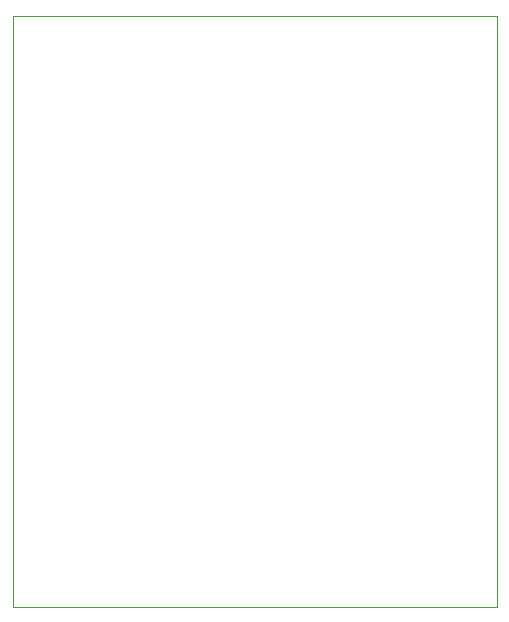
<source format=gbr>
%TF.GenerationSoftware,KiCad,Pcbnew,7.0.9*%
%TF.CreationDate,2023-12-07T13:52:13-06:00*%
%TF.ProjectId,smartportsd-smd,736d6172-7470-46f7-9274-73642d736d64,1.1*%
%TF.SameCoordinates,Original*%
%TF.FileFunction,Profile,NP*%
%FSLAX46Y46*%
G04 Gerber Fmt 4.6, Leading zero omitted, Abs format (unit mm)*
G04 Created by KiCad (PCBNEW 7.0.9) date 2023-12-07 13:52:13*
%MOMM*%
%LPD*%
G01*
G04 APERTURE LIST*
%TA.AperFunction,Profile*%
%ADD10C,0.100000*%
%TD*%
G04 APERTURE END LIST*
D10*
X134286000Y-82600000D02*
X175260000Y-82600000D01*
X175260000Y-132637100D01*
X134286000Y-132637100D01*
X134286000Y-82600000D01*
M02*

</source>
